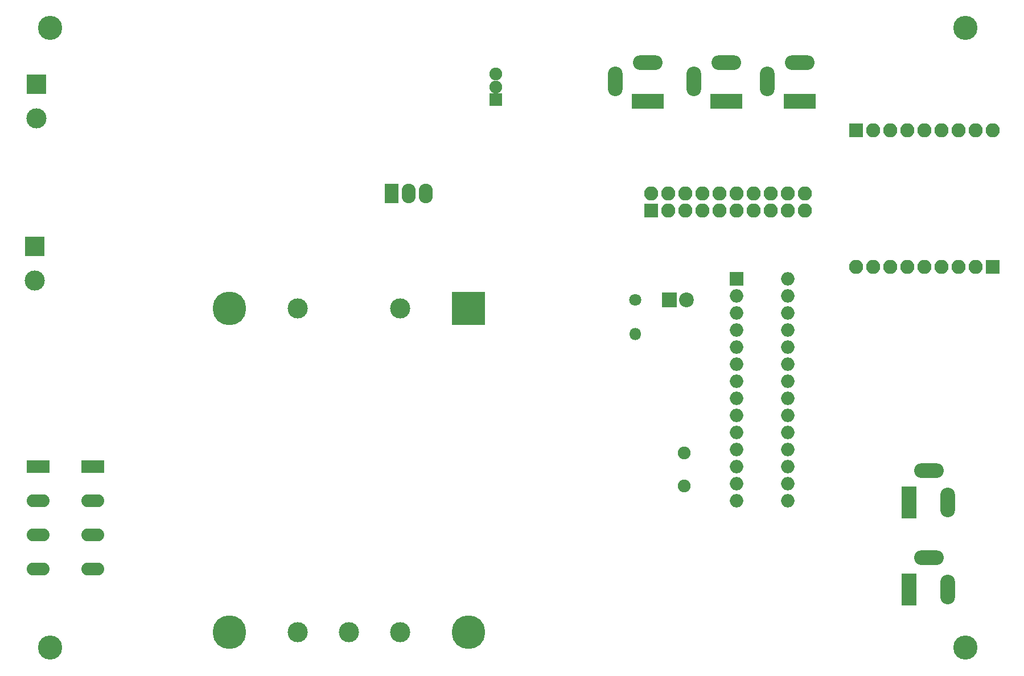
<source format=gbr>
G04 #@! TF.GenerationSoftware,KiCad,Pcbnew,(5.0.0)*
G04 #@! TF.CreationDate,2019-02-09T12:54:46-06:00*
G04 #@! TF.ProjectId,ArmPowerBoardV3,41726D506F776572426F61726456332E,rev?*
G04 #@! TF.SameCoordinates,Original*
G04 #@! TF.FileFunction,Soldermask,Bot*
G04 #@! TF.FilePolarity,Negative*
%FSLAX46Y46*%
G04 Gerber Fmt 4.6, Leading zero omitted, Abs format (unit mm)*
G04 Created by KiCad (PCBNEW (5.0.0)) date 02/09/19 12:54:46*
%MOMM*%
%LPD*%
G01*
G04 APERTURE LIST*
%ADD10C,3.600000*%
%ADD11R,2.000000X2.000000*%
%ADD12O,2.000000X2.000000*%
%ADD13R,2.200000X2.200000*%
%ADD14C,2.200000*%
%ADD15R,3.400000X1.900000*%
%ADD16O,3.400000X1.900000*%
%ADD17R,3.000000X3.000000*%
%ADD18C,3.000000*%
%ADD19R,2.100000X2.100000*%
%ADD20O,2.100000X2.100000*%
%ADD21C,1.800000*%
%ADD22O,1.800000X1.800000*%
%ADD23C,1.900000*%
%ADD24R,1.900000X1.900000*%
%ADD25R,5.003200X5.003200*%
%ADD26C,3.003200*%
%ADD27C,5.003200*%
%ADD28R,2.100000X2.900000*%
%ADD29O,2.100000X2.900000*%
%ADD30O,4.400000X2.200000*%
%ADD31O,2.200000X4.400000*%
%ADD32R,2.200000X4.800000*%
%ADD33R,4.800000X2.200000*%
G04 APERTURE END LIST*
D10*
G04 #@! TO.C,REF\002A\002A*
X26924000Y-35560000D03*
G04 #@! TD*
G04 #@! TO.C,REF\002A\002A*
X26924000Y-127762000D03*
G04 #@! TD*
G04 #@! TO.C,REF\002A\002A*
X163068000Y-127762000D03*
G04 #@! TD*
D11*
G04 #@! TO.C,J10*
X129032000Y-72898000D03*
D12*
X136652000Y-105918000D03*
X129032000Y-75438000D03*
X136652000Y-103378000D03*
X129032000Y-77978000D03*
X136652000Y-100838000D03*
X129032000Y-80518000D03*
X136652000Y-98298000D03*
X129032000Y-83058000D03*
X136652000Y-95758000D03*
X129032000Y-85598000D03*
X136652000Y-93218000D03*
X129032000Y-88138000D03*
X136652000Y-90678000D03*
X129032000Y-90678000D03*
X136652000Y-88138000D03*
X129032000Y-93218000D03*
X136652000Y-85598000D03*
X129032000Y-95758000D03*
X136652000Y-83058000D03*
X129032000Y-98298000D03*
X136652000Y-80518000D03*
X129032000Y-100838000D03*
X136652000Y-77978000D03*
X129032000Y-103378000D03*
X136652000Y-75438000D03*
X129032000Y-105918000D03*
X136652000Y-72898000D03*
G04 #@! TD*
D13*
G04 #@! TO.C,D2*
X119084059Y-75968813D03*
D14*
X121624059Y-75968813D03*
G04 #@! TD*
D15*
G04 #@! TO.C,J1*
X25146000Y-100838000D03*
X33346000Y-100838000D03*
D16*
X25146000Y-105918000D03*
X33346000Y-105918000D03*
X25146000Y-110998000D03*
X33346000Y-110998000D03*
X25146000Y-116078000D03*
X33346000Y-116078000D03*
G04 #@! TD*
D17*
G04 #@! TO.C,J4*
X24638000Y-68072000D03*
D18*
X24638000Y-73152000D03*
G04 #@! TD*
D19*
G04 #@! TO.C,J9*
X146812000Y-50800000D03*
D20*
X149352000Y-50800000D03*
X151892000Y-50800000D03*
X154432000Y-50800000D03*
X156972000Y-50800000D03*
X159512000Y-50800000D03*
X162052000Y-50800000D03*
X164592000Y-50800000D03*
X167132000Y-50800000D03*
G04 #@! TD*
G04 #@! TO.C,J11*
X146812000Y-71120000D03*
X149352000Y-71120000D03*
X151892000Y-71120000D03*
X154432000Y-71120000D03*
X156972000Y-71120000D03*
X159512000Y-71120000D03*
X162052000Y-71120000D03*
X164592000Y-71120000D03*
D19*
X167132000Y-71120000D03*
G04 #@! TD*
D21*
G04 #@! TO.C,R2*
X114004059Y-75968813D03*
D22*
X114004059Y-81048813D03*
G04 #@! TD*
D23*
G04 #@! TO.C,U1*
X93218000Y-44318000D03*
X93218000Y-42408000D03*
D24*
X93218000Y-46228000D03*
G04 #@! TD*
D25*
G04 #@! TO.C,U2*
X89154000Y-77221000D03*
D26*
X78994000Y-77221000D03*
X63754000Y-77221000D03*
D27*
X53594000Y-77221000D03*
X53594000Y-125471000D03*
D26*
X63754000Y-125471000D03*
X71374000Y-125471000D03*
X78994000Y-125471000D03*
D27*
X89154000Y-125471000D03*
G04 #@! TD*
D23*
G04 #@! TO.C,Y1*
X121268574Y-98795540D03*
X121268574Y-103675540D03*
G04 #@! TD*
D17*
G04 #@! TO.C,BT1*
X24892000Y-43942000D03*
D18*
X24892000Y-49022000D03*
G04 #@! TD*
D19*
G04 #@! TO.C,J8*
X116332000Y-62738000D03*
D20*
X116332000Y-60198000D03*
X118872000Y-62738000D03*
X118872000Y-60198000D03*
X121412000Y-62738000D03*
X121412000Y-60198000D03*
X123952000Y-62738000D03*
X123952000Y-60198000D03*
X126492000Y-62738000D03*
X126492000Y-60198000D03*
X129032000Y-62738000D03*
X129032000Y-60198000D03*
X131572000Y-62738000D03*
X131572000Y-60198000D03*
X134112000Y-62738000D03*
X134112000Y-60198000D03*
X136652000Y-62738000D03*
X136652000Y-60198000D03*
X139192000Y-62738000D03*
X139192000Y-60198000D03*
G04 #@! TD*
D28*
G04 #@! TO.C,U3*
X77724000Y-60198000D03*
D29*
X80264000Y-60198000D03*
X82804000Y-60198000D03*
G04 #@! TD*
D30*
G04 #@! TO.C,J2*
X157686000Y-114326000D03*
D31*
X160486000Y-119126000D03*
D32*
X154686000Y-119126000D03*
G04 #@! TD*
G04 #@! TO.C,J3*
X154686000Y-106172000D03*
D31*
X160486000Y-106172000D03*
D30*
X157686000Y-101372000D03*
G04 #@! TD*
D31*
G04 #@! TO.C,J5*
X133630000Y-43482000D03*
D30*
X138430000Y-40682000D03*
D33*
X138430000Y-46482000D03*
G04 #@! TD*
D31*
G04 #@! TO.C,J6*
X122708000Y-43482000D03*
D30*
X127508000Y-40682000D03*
D33*
X127508000Y-46482000D03*
G04 #@! TD*
G04 #@! TO.C,J7*
X115824000Y-46482000D03*
D30*
X115824000Y-40682000D03*
D31*
X111024000Y-43482000D03*
G04 #@! TD*
D10*
G04 #@! TO.C,REF\002A\002A*
X163068000Y-35560000D03*
G04 #@! TD*
M02*

</source>
